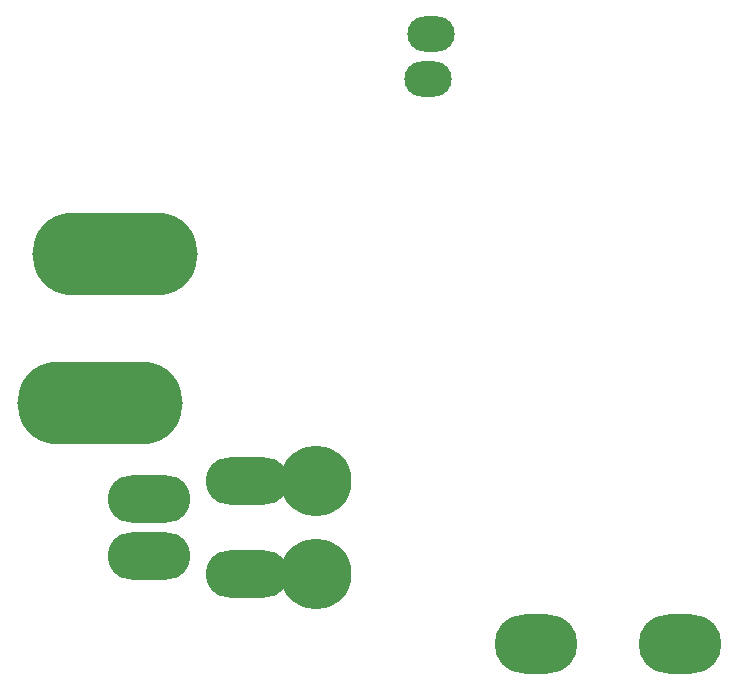
<source format=gtl>
G04 #@! TF.FileFunction,Copper,L1,Top,Signal*
%FSLAX46Y46*%
G04 Gerber Fmt 4.6, Leading zero omitted, Abs format (unit mm)*
G04 Created by KiCad (PCBNEW 4.0.7) date 12/01/19 12:15:33*
%MOMM*%
%LPD*%
G01*
G04 APERTURE LIST*
%ADD10C,0.100000*%
%ADD11O,7.000000X5.000000*%
%ADD12O,4.000000X3.000000*%
%ADD13O,14.000000X7.000000*%
%ADD14O,7.000000X4.000000*%
%ADD15C,6.000000*%
G04 APERTURE END LIST*
D10*
D11*
X198628000Y-110896400D03*
X210820000Y-110896400D03*
D12*
X189738000Y-59207400D03*
X189484000Y-63017400D03*
D13*
X161747200Y-90525600D03*
X163017200Y-77876400D03*
D14*
X174193200Y-97078800D03*
X174193200Y-105003600D03*
X165862000Y-98602800D03*
X165862000Y-103479600D03*
D15*
X179984400Y-97078800D03*
X179984400Y-105003600D03*
M02*

</source>
